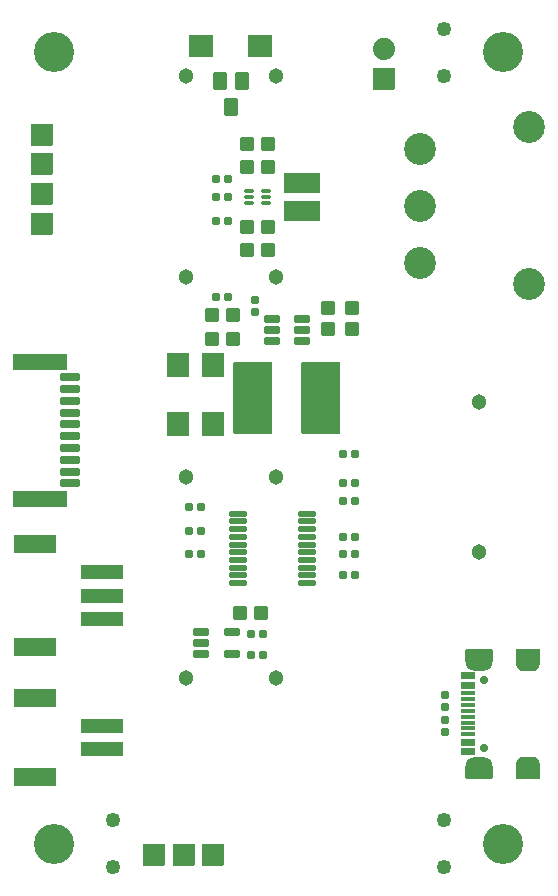
<source format=gbr>
%TF.GenerationSoftware,KiCad,Pcbnew,7.0.11-7.0.11~ubuntu22.04.1*%
%TF.CreationDate,2024-05-21T16:07:36+03:00*%
%TF.ProjectId,Neo6502PC-PWR_Rev_B,4e656f36-3530-4325-9043-2d5057525f52,B*%
%TF.SameCoordinates,PXd4ab5c0PY8b3c880*%
%TF.FileFunction,Soldermask,Bot*%
%TF.FilePolarity,Negative*%
%FSLAX46Y46*%
G04 Gerber Fmt 4.6, Leading zero omitted, Abs format (unit mm)*
G04 Created by KiCad (PCBNEW 7.0.11-7.0.11~ubuntu22.04.1) date 2024-05-21 16:07:36*
%MOMM*%
%LPD*%
G01*
G04 APERTURE LIST*
G04 Aperture macros list*
%AMRoundRect*
0 Rectangle with rounded corners*
0 $1 Rounding radius*
0 $2 $3 $4 $5 $6 $7 $8 $9 X,Y pos of 4 corners*
0 Add a 4 corners polygon primitive as box body*
4,1,4,$2,$3,$4,$5,$6,$7,$8,$9,$2,$3,0*
0 Add four circle primitives for the rounded corners*
1,1,$1+$1,$2,$3*
1,1,$1+$1,$4,$5*
1,1,$1+$1,$6,$7*
1,1,$1+$1,$8,$9*
0 Add four rect primitives between the rounded corners*
20,1,$1+$1,$2,$3,$4,$5,0*
20,1,$1+$1,$4,$5,$6,$7,0*
20,1,$1+$1,$6,$7,$8,$9,0*
20,1,$1+$1,$8,$9,$2,$3,0*%
G04 Aperture macros list end*
%ADD10C,1.301600*%
%ADD11C,3.401601*%
%ADD12RoundRect,0.050800X0.889000X-0.889000X0.889000X0.889000X-0.889000X0.889000X-0.889000X-0.889000X0*%
%ADD13C,1.879600*%
%ADD14RoundRect,0.050800X0.275000X-0.250000X0.275000X0.250000X-0.275000X0.250000X-0.275000X-0.250000X0*%
%ADD15RoundRect,0.050800X-0.275000X0.250000X-0.275000X-0.250000X0.275000X-0.250000X0.275000X0.250000X0*%
%ADD16C,0.701600*%
%ADD17RoundRect,0.050800X-1.100000X0.550000X-1.100000X-0.550000X1.100000X-0.550000X1.100000X0.550000X0*%
%ADD18O,2.301600X1.301600*%
%ADD19RoundRect,0.050800X-1.000000X0.550000X-1.000000X-0.550000X1.000000X-0.550000X1.000000X0.550000X0*%
%ADD20O,2.101600X1.401600*%
%ADD21RoundRect,0.050800X-0.575000X0.150000X-0.575000X-0.150000X0.575000X-0.150000X0.575000X0.150000X0*%
%ADD22RoundRect,0.050800X-0.575000X0.125000X-0.575000X-0.125000X0.575000X-0.125000X0.575000X0.125000X0*%
%ADD23C,1.254000*%
%ADD24RoundRect,0.050800X0.250000X0.275000X-0.250000X0.275000X-0.250000X-0.275000X0.250000X-0.275000X0*%
%ADD25RoundRect,0.050800X-0.250000X-0.275000X0.250000X-0.275000X0.250000X0.275000X-0.250000X0.275000X0*%
%ADD26RoundRect,0.050800X-0.508000X-0.508000X0.508000X-0.508000X0.508000X0.508000X-0.508000X0.508000X0*%
%ADD27RoundRect,0.050800X-1.600000X-3.000000X1.600000X-3.000000X1.600000X3.000000X-1.600000X3.000000X0*%
%ADD28RoundRect,0.050800X0.500000X-0.700000X0.500000X0.700000X-0.500000X0.700000X-0.500000X-0.700000X0*%
%ADD29RoundRect,0.050800X1.750000X-0.750000X1.750000X0.750000X-1.750000X0.750000X-1.750000X-0.750000X0*%
%ADD30RoundRect,0.050800X1.750000X-0.500000X1.750000X0.500000X-1.750000X0.500000X-1.750000X-0.500000X0*%
%ADD31RoundRect,0.050800X-0.889000X-0.889000X0.889000X-0.889000X0.889000X0.889000X-0.889000X0.889000X0*%
%ADD32RoundRect,0.050800X0.350000X0.125000X-0.350000X0.125000X-0.350000X-0.125000X0.350000X-0.125000X0*%
%ADD33RoundRect,0.050800X0.600000X0.275000X-0.600000X0.275000X-0.600000X-0.275000X0.600000X-0.275000X0*%
%ADD34RoundRect,0.050800X0.508000X-0.508000X0.508000X0.508000X-0.508000X0.508000X-0.508000X-0.508000X0*%
%ADD35C,2.701600*%
%ADD36RoundRect,0.050800X0.600000X-0.275000X0.600000X0.275000X-0.600000X0.275000X-0.600000X-0.275000X0*%
%ADD37RoundRect,0.050800X-0.889000X0.889000X-0.889000X-0.889000X0.889000X-0.889000X0.889000X0.889000X0*%
%ADD38RoundRect,0.050800X0.508000X0.508000X-0.508000X0.508000X-0.508000X-0.508000X0.508000X-0.508000X0*%
%ADD39RoundRect,0.050800X2.250000X-0.600000X2.250000X0.600000X-2.250000X0.600000X-2.250000X-0.600000X0*%
%ADD40RoundRect,0.050800X0.775000X-0.250000X0.775000X0.250000X-0.775000X0.250000X-0.775000X-0.250000X0*%
%ADD41RoundRect,0.050800X-0.850000X1.000000X-0.850000X-1.000000X0.850000X-1.000000X0.850000X1.000000X0*%
%ADD42RoundRect,0.050800X-1.500000X0.800000X-1.500000X-0.800000X1.500000X-0.800000X1.500000X0.800000X0*%
%ADD43RoundRect,0.050800X0.700000X-0.175000X0.700000X0.175000X-0.700000X0.175000X-0.700000X-0.175000X0*%
%ADD44RoundRect,0.050800X1.000000X0.850000X-1.000000X0.850000X-1.000000X-0.850000X1.000000X-0.850000X0*%
%ADD45RoundRect,0.050800X0.889000X0.889000X-0.889000X0.889000X-0.889000X-0.889000X0.889000X-0.889000X0*%
G04 APERTURE END LIST*
D10*
X22810000Y69000000D03*
X15190000Y69000000D03*
X40000000Y41350000D03*
X40000000Y28650000D03*
X22810000Y52000000D03*
X15190000Y52000000D03*
D11*
X42000000Y4000000D03*
X42000000Y71000000D03*
D12*
X32000000Y68730000D03*
D13*
X32000000Y71270000D03*
D10*
X22810000Y35000000D03*
X15190000Y35000000D03*
D11*
X4000000Y4000000D03*
D10*
X22810000Y18000000D03*
X15190000Y18000000D03*
D11*
X4000000Y71000000D03*
D14*
X37085999Y14450001D03*
D15*
X37085999Y13434001D03*
X37086000Y15593000D03*
D14*
X37086000Y16609000D03*
D16*
X40470000Y17890000D03*
X40470000Y12110000D03*
D17*
X39970000Y19927600D03*
D18*
X39970000Y19320000D03*
X39970000Y10680000D03*
D17*
X39970000Y10072400D03*
D19*
X44150000Y19927600D03*
D20*
X44150000Y19320000D03*
X44150000Y10680000D03*
D19*
X44150000Y10072400D03*
D21*
X39068000Y18325000D03*
X39068000Y17525000D03*
D22*
X39068000Y16250000D03*
X39068000Y15250000D03*
X39068000Y14750000D03*
X39068000Y13750000D03*
D21*
X39068000Y12475000D03*
X39068000Y11675000D03*
X39068000Y11925000D03*
X39068000Y12725000D03*
D22*
X39068000Y13250000D03*
X39068000Y14250000D03*
X39068000Y15750000D03*
X39068000Y16750000D03*
D21*
X39068000Y17275000D03*
X39068000Y18075000D03*
D23*
X9000000Y6000000D03*
D24*
X20742000Y20000000D03*
D25*
X21758000Y20000000D03*
X29516000Y26750001D03*
D24*
X28500000Y26750001D03*
D26*
X17361000Y46750000D03*
X19139000Y46750000D03*
D24*
X15492000Y28500000D03*
D25*
X16508000Y28500000D03*
D27*
X20850000Y41750000D03*
X26650000Y41750000D03*
D28*
X18050040Y68607440D03*
X19952500Y68607440D03*
X18997460Y66397640D03*
D29*
X2400000Y9650000D03*
X2400000Y16350000D03*
D30*
X8100000Y12000000D03*
X8100000Y14000000D03*
D31*
X3000000Y61500000D03*
D25*
X18758000Y60250000D03*
D24*
X17742000Y60250000D03*
D26*
X19750000Y23500000D03*
X21528000Y23500000D03*
D32*
X22000000Y59250000D03*
X22000000Y58750000D03*
X22000000Y58250000D03*
X20500000Y58250000D03*
X20500000Y58750000D03*
X20500000Y59250000D03*
D33*
X16450000Y20050000D03*
X16450000Y21000000D03*
X16450000Y21950000D03*
X19050000Y21950000D03*
X19050000Y20050000D03*
D14*
X21000000Y50008000D03*
D15*
X21000000Y48992000D03*
D24*
X28492000Y34500000D03*
D25*
X29508000Y34500000D03*
D23*
X37000000Y6000000D03*
D34*
X27250000Y47611000D03*
X27250000Y49389000D03*
D23*
X37000000Y73000000D03*
D24*
X28492000Y28500000D03*
D25*
X29508000Y28500000D03*
D35*
X44200000Y51350000D03*
X44200000Y64650000D03*
X35000000Y53200000D03*
X35000000Y58000000D03*
X35000000Y62800000D03*
D36*
X22449900Y46550000D03*
X22449900Y47500000D03*
X22449900Y48450000D03*
X25050100Y48450000D03*
X25050100Y47500000D03*
X25050100Y46550000D03*
D24*
X20742000Y21750000D03*
D25*
X21758000Y21750000D03*
D31*
X3000000Y56500000D03*
D37*
X15000000Y3000000D03*
D24*
X17742000Y50250000D03*
D25*
X18758000Y50250000D03*
X29508000Y33000000D03*
D24*
X28492000Y33000000D03*
D38*
X22139002Y63250000D03*
X20361002Y63250000D03*
X22139000Y54249999D03*
X20361000Y54249999D03*
D23*
X37000000Y69000000D03*
D39*
X2875000Y33200000D03*
X2875000Y44800000D03*
D40*
X5350000Y34500000D03*
X5350000Y35500000D03*
X5350000Y36500000D03*
X5350000Y37500000D03*
X5350000Y38500000D03*
X5350000Y39500000D03*
X5350000Y40500000D03*
X5350000Y41500000D03*
X5350000Y42500000D03*
X5350000Y43500000D03*
D23*
X37000000Y2000000D03*
D25*
X18758000Y58750000D03*
D24*
X17742000Y58750000D03*
D23*
X9000000Y2000000D03*
D41*
X14500000Y44500000D03*
X14500000Y39500000D03*
D38*
X22138999Y61249999D03*
X20360999Y61249999D03*
D29*
X2400000Y20650000D03*
X2400000Y29350000D03*
D30*
X8100000Y23000000D03*
X8100000Y25000000D03*
X8100000Y27000000D03*
D38*
X22139000Y56250000D03*
X20361000Y56250000D03*
D25*
X29508000Y30000000D03*
D24*
X28492000Y30000000D03*
D37*
X12500000Y3000000D03*
D24*
X28492000Y37000000D03*
D25*
X29508000Y37000000D03*
D26*
X17361000Y48750000D03*
X19139000Y48750000D03*
D24*
X17742000Y56750000D03*
D25*
X18758000Y56750000D03*
D42*
X24999999Y57550000D03*
X24999999Y59950000D03*
D31*
X3000000Y59000000D03*
D43*
X19600000Y26075000D03*
X19600000Y26725000D03*
X19600000Y27375000D03*
X19600000Y28025000D03*
X19600000Y28675000D03*
X19600000Y29325000D03*
X19600000Y29975000D03*
X19600000Y30625000D03*
X19600000Y31275000D03*
X19600000Y31925000D03*
X25400000Y31925000D03*
X25400000Y31275000D03*
X25400000Y30625000D03*
X25400000Y29975000D03*
X25400000Y29325000D03*
X25400000Y28675000D03*
X25400000Y28025000D03*
X25400000Y27375000D03*
X25400000Y26725000D03*
X25400000Y26075000D03*
D34*
X29250000Y47611000D03*
X29250000Y49389000D03*
D44*
X21500000Y71500000D03*
X16500000Y71500000D03*
D45*
X3000000Y64000000D03*
D41*
X17500001Y44500000D03*
X17500001Y39500000D03*
D25*
X16508000Y30500000D03*
D24*
X15492000Y30500000D03*
D31*
X17500000Y3000000D03*
D24*
X15492000Y32500000D03*
D25*
X16508000Y32500000D03*
M02*

</source>
